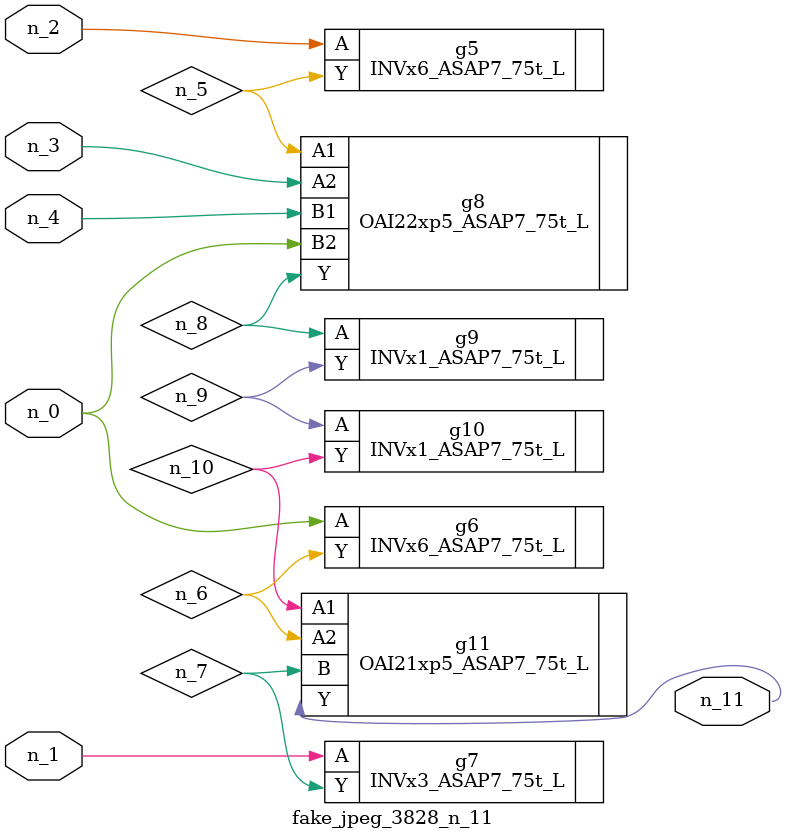
<source format=v>
module fake_jpeg_3828_n_11 (n_3, n_2, n_1, n_0, n_4, n_11);

input n_3;
input n_2;
input n_1;
input n_0;
input n_4;

output n_11;

wire n_10;
wire n_8;
wire n_9;
wire n_6;
wire n_5;
wire n_7;

INVx6_ASAP7_75t_L g5 ( 
.A(n_2),
.Y(n_5)
);

INVx6_ASAP7_75t_L g6 ( 
.A(n_0),
.Y(n_6)
);

INVx3_ASAP7_75t_L g7 ( 
.A(n_1),
.Y(n_7)
);

OAI22xp5_ASAP7_75t_L g8 ( 
.A1(n_5),
.A2(n_3),
.B1(n_4),
.B2(n_0),
.Y(n_8)
);

INVx1_ASAP7_75t_L g9 ( 
.A(n_8),
.Y(n_9)
);

INVx1_ASAP7_75t_L g10 ( 
.A(n_9),
.Y(n_10)
);

OAI21xp5_ASAP7_75t_L g11 ( 
.A1(n_10),
.A2(n_6),
.B(n_7),
.Y(n_11)
);


endmodule
</source>
